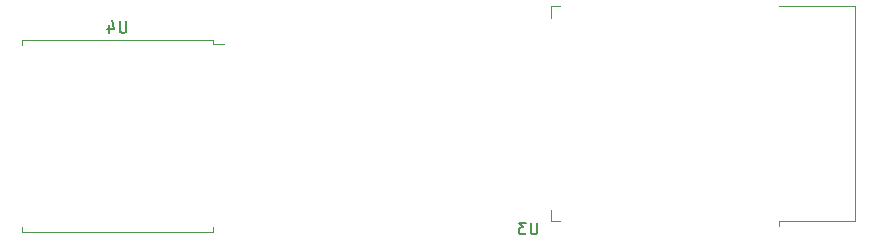
<source format=gbr>
G04 #@! TF.GenerationSoftware,KiCad,Pcbnew,(5.1.9)-1*
G04 #@! TF.CreationDate,2021-02-09T21:00:10+02:00*
G04 #@! TF.ProjectId,jantteri-main,6a616e74-7465-4726-992d-6d61696e2e6b,rev?*
G04 #@! TF.SameCoordinates,Original*
G04 #@! TF.FileFunction,Legend,Bot*
G04 #@! TF.FilePolarity,Positive*
%FSLAX46Y46*%
G04 Gerber Fmt 4.6, Leading zero omitted, Abs format (unit mm)*
G04 Created by KiCad (PCBNEW (5.1.9)-1) date 2021-02-09 21:00:10*
%MOMM*%
%LPD*%
G01*
G04 APERTURE LIST*
%ADD10C,0.120000*%
%ADD11C,0.150000*%
G04 APERTURE END LIST*
D10*
X192449000Y-83431000D02*
X191669000Y-83431000D01*
X191669000Y-83431000D02*
X191669000Y-82431000D01*
X192449000Y-65191000D02*
X191669000Y-65191000D01*
X191669000Y-65191000D02*
X191669000Y-66191000D01*
X217414000Y-83431000D02*
X217414000Y-65191000D01*
X217414000Y-65191000D02*
X210994000Y-65191000D01*
X217414000Y-83431000D02*
X210994000Y-83431000D01*
X210994000Y-83431000D02*
X210994000Y-83811000D01*
X163040000Y-68100000D02*
X146840000Y-68100000D01*
X146840000Y-68100000D02*
X146840000Y-68500000D01*
X163040000Y-83900000D02*
X163040000Y-84300000D01*
X163040000Y-84300000D02*
X146840000Y-84300000D01*
X146840000Y-84300000D02*
X146840000Y-83900000D01*
X163040000Y-68100000D02*
X163040000Y-68450000D01*
X163040000Y-68450000D02*
X163940000Y-68450000D01*
D11*
X190499904Y-83526380D02*
X190499904Y-84335904D01*
X190452285Y-84431142D01*
X190404666Y-84478761D01*
X190309428Y-84526380D01*
X190118952Y-84526380D01*
X190023714Y-84478761D01*
X189976095Y-84431142D01*
X189928476Y-84335904D01*
X189928476Y-83526380D01*
X189547523Y-83526380D02*
X188928476Y-83526380D01*
X189261809Y-83907333D01*
X189118952Y-83907333D01*
X189023714Y-83954952D01*
X188976095Y-84002571D01*
X188928476Y-84097809D01*
X188928476Y-84335904D01*
X188976095Y-84431142D01*
X189023714Y-84478761D01*
X189118952Y-84526380D01*
X189404666Y-84526380D01*
X189499904Y-84478761D01*
X189547523Y-84431142D01*
X155701904Y-66452380D02*
X155701904Y-67261904D01*
X155654285Y-67357142D01*
X155606666Y-67404761D01*
X155511428Y-67452380D01*
X155320952Y-67452380D01*
X155225714Y-67404761D01*
X155178095Y-67357142D01*
X155130476Y-67261904D01*
X155130476Y-66452380D01*
X154225714Y-66785714D02*
X154225714Y-67452380D01*
X154463809Y-66404761D02*
X154701904Y-67119047D01*
X154082857Y-67119047D01*
M02*

</source>
